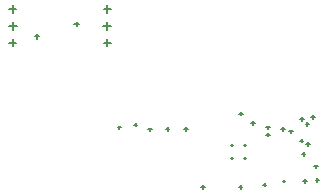
<source format=gbr>
%TF.GenerationSoftware,Altium Limited,Altium Designer,23.10.1 (27)*%
G04 Layer_Color=128*
%FSLAX45Y45*%
%MOMM*%
%TF.SameCoordinates,C732C167-A78C-4608-B65C-7F4C8643914A*%
%TF.FilePolarity,Positive*%
%TF.FileFunction,Drillmap*%
%TF.Part,Single*%
G01*
G75*
%TA.AperFunction,NonConductor*%
%ADD60C,0.12700*%
D60*
X27462701Y3476000D02*
X27522699D01*
X27492700Y3446000D02*
Y3506000D01*
X27457199Y3333000D02*
X27528201D01*
X27492700Y3297500D02*
Y3368500D01*
X28257199Y3333000D02*
X28328201D01*
X28292700Y3297500D02*
Y3368500D01*
X27462701Y3190000D02*
X27522699D01*
X27492700Y3160000D02*
Y3220000D01*
X28262701Y3190000D02*
X28322699D01*
X28292700Y3160000D02*
Y3220000D01*
X28262701Y3476000D02*
X28322699D01*
X28292700Y3446000D02*
Y3506000D01*
X29831400Y2440700D02*
X29861401D01*
X29846399Y2425700D02*
Y2455700D01*
X29640576Y2473705D02*
X29670575D01*
X29655576Y2458706D02*
Y2488705D01*
X29512006Y2512594D02*
X29542004D01*
X29527005Y2497594D02*
Y2527594D01*
X29763901Y2458500D02*
X29793900D01*
X29778900Y2443500D02*
Y2473500D01*
X29638599Y2413100D02*
X29668600D01*
X29653601Y2398100D02*
Y2428100D01*
X28518839Y2497239D02*
X28548840D01*
X28533838Y2482239D02*
Y2512239D01*
X28789548Y2462272D02*
X28819547D01*
X28804547Y2447272D02*
Y2477272D01*
X28944235Y2462272D02*
X28974237D01*
X28959235Y2447272D02*
Y2477272D01*
X28640518Y2456613D02*
X28670520D01*
X28655518Y2441613D02*
Y2471613D01*
X28380200Y2473600D02*
X28410199D01*
X28395200Y2458600D02*
Y2488600D01*
X29940500Y2250700D02*
X29970499D01*
X29955499Y2235700D02*
Y2265700D01*
X29976901Y2333500D02*
X30006900D01*
X29991901Y2318500D02*
Y2348500D01*
X30045300Y2143400D02*
X30075299D01*
X30060300Y2128400D02*
Y2158400D01*
X30057101Y2026900D02*
X30087100D01*
X30072101Y2011900D02*
Y2041900D01*
X29954099Y2020900D02*
X29984100D01*
X29969101Y2005900D02*
Y2035900D01*
X29924200Y2362400D02*
X29954199D01*
X29939200Y2347400D02*
Y2377400D01*
X29926599Y2545900D02*
X29956601D01*
X29941599Y2530900D02*
Y2560900D01*
X30021600Y2561200D02*
X30051599D01*
X30036600Y2546200D02*
Y2576200D01*
X29972699Y2504500D02*
X30002701D01*
X29987701Y2489500D02*
Y2519500D01*
X29087399Y1970400D02*
X29117401D01*
X29102399Y1955400D02*
Y1985400D01*
X29411700Y2590500D02*
X29441699D01*
X29426700Y2575500D02*
Y2605500D01*
X29448999Y2323800D02*
X29469000D01*
X29459000Y2313800D02*
Y2333800D01*
X29448999Y2213800D02*
X29469000D01*
X29459000Y2203800D02*
Y2223800D01*
X29339001Y2323800D02*
X29359000D01*
X29348999Y2313800D02*
Y2333800D01*
X29339001Y2213800D02*
X29359000D01*
X29348999Y2203800D02*
Y2223800D01*
X29609299Y1989500D02*
X29639301D01*
X29624301Y1974500D02*
Y2004500D01*
X29406500Y1970900D02*
X29436499D01*
X29421500Y1955900D02*
Y1985900D01*
X29777701Y2018500D02*
X29797699D01*
X29787701Y2008500D02*
Y2028500D01*
X27677701Y3244500D02*
X27717700D01*
X27697699Y3224500D02*
Y3264500D01*
X28015469Y3349349D02*
X28055469D01*
X28035468Y3329349D02*
Y3369349D01*
%TF.MD5,ea3ece1ce0ce6808e9ff3cc37ace6e86*%
M02*

</source>
